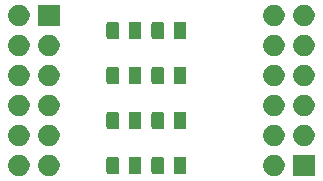
<source format=gbr>
G04 #@! TF.GenerationSoftware,KiCad,Pcbnew,(5.1.5-0-10_14)*
G04 #@! TF.CreationDate,2021-03-22T20:24:37-05:00*
G04 #@! TF.ProjectId,Filter Network,46696c74-6572-4204-9e65-74776f726b2e,rev?*
G04 #@! TF.SameCoordinates,Original*
G04 #@! TF.FileFunction,Soldermask,Top*
G04 #@! TF.FilePolarity,Negative*
%FSLAX46Y46*%
G04 Gerber Fmt 4.6, Leading zero omitted, Abs format (unit mm)*
G04 Created by KiCad (PCBNEW (5.1.5-0-10_14)) date 2021-03-22 20:24:37*
%MOMM*%
%LPD*%
G04 APERTURE LIST*
%ADD10C,0.100000*%
G04 APERTURE END LIST*
D10*
G36*
X107581000Y-121551000D02*
G01*
X105779000Y-121551000D01*
X105779000Y-119749000D01*
X107581000Y-119749000D01*
X107581000Y-121551000D01*
G37*
G36*
X104253512Y-119753927D02*
G01*
X104402812Y-119783624D01*
X104566784Y-119851544D01*
X104714354Y-119950147D01*
X104839853Y-120075646D01*
X104938456Y-120223216D01*
X105006376Y-120387188D01*
X105041000Y-120561259D01*
X105041000Y-120738741D01*
X105006376Y-120912812D01*
X104938456Y-121076784D01*
X104839853Y-121224354D01*
X104714354Y-121349853D01*
X104566784Y-121448456D01*
X104402812Y-121516376D01*
X104253512Y-121546073D01*
X104228742Y-121551000D01*
X104051258Y-121551000D01*
X104026488Y-121546073D01*
X103877188Y-121516376D01*
X103713216Y-121448456D01*
X103565646Y-121349853D01*
X103440147Y-121224354D01*
X103341544Y-121076784D01*
X103273624Y-120912812D01*
X103239000Y-120738741D01*
X103239000Y-120561259D01*
X103273624Y-120387188D01*
X103341544Y-120223216D01*
X103440147Y-120075646D01*
X103565646Y-119950147D01*
X103713216Y-119851544D01*
X103877188Y-119783624D01*
X104026488Y-119753927D01*
X104051258Y-119749000D01*
X104228742Y-119749000D01*
X104253512Y-119753927D01*
G37*
G36*
X85203512Y-119753927D02*
G01*
X85352812Y-119783624D01*
X85516784Y-119851544D01*
X85664354Y-119950147D01*
X85789853Y-120075646D01*
X85888456Y-120223216D01*
X85956376Y-120387188D01*
X85991000Y-120561259D01*
X85991000Y-120738741D01*
X85956376Y-120912812D01*
X85888456Y-121076784D01*
X85789853Y-121224354D01*
X85664354Y-121349853D01*
X85516784Y-121448456D01*
X85352812Y-121516376D01*
X85203512Y-121546073D01*
X85178742Y-121551000D01*
X85001258Y-121551000D01*
X84976488Y-121546073D01*
X84827188Y-121516376D01*
X84663216Y-121448456D01*
X84515646Y-121349853D01*
X84390147Y-121224354D01*
X84291544Y-121076784D01*
X84223624Y-120912812D01*
X84189000Y-120738741D01*
X84189000Y-120561259D01*
X84223624Y-120387188D01*
X84291544Y-120223216D01*
X84390147Y-120075646D01*
X84515646Y-119950147D01*
X84663216Y-119851544D01*
X84827188Y-119783624D01*
X84976488Y-119753927D01*
X85001258Y-119749000D01*
X85178742Y-119749000D01*
X85203512Y-119753927D01*
G37*
G36*
X82663512Y-119753927D02*
G01*
X82812812Y-119783624D01*
X82976784Y-119851544D01*
X83124354Y-119950147D01*
X83249853Y-120075646D01*
X83348456Y-120223216D01*
X83416376Y-120387188D01*
X83451000Y-120561259D01*
X83451000Y-120738741D01*
X83416376Y-120912812D01*
X83348456Y-121076784D01*
X83249853Y-121224354D01*
X83124354Y-121349853D01*
X82976784Y-121448456D01*
X82812812Y-121516376D01*
X82663512Y-121546073D01*
X82638742Y-121551000D01*
X82461258Y-121551000D01*
X82436488Y-121546073D01*
X82287188Y-121516376D01*
X82123216Y-121448456D01*
X81975646Y-121349853D01*
X81850147Y-121224354D01*
X81751544Y-121076784D01*
X81683624Y-120912812D01*
X81649000Y-120738741D01*
X81649000Y-120561259D01*
X81683624Y-120387188D01*
X81751544Y-120223216D01*
X81850147Y-120075646D01*
X81975646Y-119950147D01*
X82123216Y-119851544D01*
X82287188Y-119783624D01*
X82436488Y-119753927D01*
X82461258Y-119749000D01*
X82638742Y-119749000D01*
X82663512Y-119753927D01*
G37*
G36*
X94684468Y-119903565D02*
G01*
X94723138Y-119915296D01*
X94758777Y-119934346D01*
X94790017Y-119959983D01*
X94815654Y-119991223D01*
X94834704Y-120026862D01*
X94846435Y-120065532D01*
X94851000Y-120111888D01*
X94851000Y-121188112D01*
X94846435Y-121234468D01*
X94834704Y-121273138D01*
X94815654Y-121308777D01*
X94790017Y-121340017D01*
X94758777Y-121365654D01*
X94723138Y-121384704D01*
X94684468Y-121396435D01*
X94638112Y-121401000D01*
X93986888Y-121401000D01*
X93940532Y-121396435D01*
X93901862Y-121384704D01*
X93866223Y-121365654D01*
X93834983Y-121340017D01*
X93809346Y-121308777D01*
X93790296Y-121273138D01*
X93778565Y-121234468D01*
X93774000Y-121188112D01*
X93774000Y-120111888D01*
X93778565Y-120065532D01*
X93790296Y-120026862D01*
X93809346Y-119991223D01*
X93834983Y-119959983D01*
X93866223Y-119934346D01*
X93901862Y-119915296D01*
X93940532Y-119903565D01*
X93986888Y-119899000D01*
X94638112Y-119899000D01*
X94684468Y-119903565D01*
G37*
G36*
X90874468Y-119903565D02*
G01*
X90913138Y-119915296D01*
X90948777Y-119934346D01*
X90980017Y-119959983D01*
X91005654Y-119991223D01*
X91024704Y-120026862D01*
X91036435Y-120065532D01*
X91041000Y-120111888D01*
X91041000Y-121188112D01*
X91036435Y-121234468D01*
X91024704Y-121273138D01*
X91005654Y-121308777D01*
X90980017Y-121340017D01*
X90948777Y-121365654D01*
X90913138Y-121384704D01*
X90874468Y-121396435D01*
X90828112Y-121401000D01*
X90176888Y-121401000D01*
X90130532Y-121396435D01*
X90091862Y-121384704D01*
X90056223Y-121365654D01*
X90024983Y-121340017D01*
X89999346Y-121308777D01*
X89980296Y-121273138D01*
X89968565Y-121234468D01*
X89964000Y-121188112D01*
X89964000Y-120111888D01*
X89968565Y-120065532D01*
X89980296Y-120026862D01*
X89999346Y-119991223D01*
X90024983Y-119959983D01*
X90056223Y-119934346D01*
X90091862Y-119915296D01*
X90130532Y-119903565D01*
X90176888Y-119899000D01*
X90828112Y-119899000D01*
X90874468Y-119903565D01*
G37*
G36*
X92749468Y-119903565D02*
G01*
X92788138Y-119915296D01*
X92823777Y-119934346D01*
X92855017Y-119959983D01*
X92880654Y-119991223D01*
X92899704Y-120026862D01*
X92911435Y-120065532D01*
X92916000Y-120111888D01*
X92916000Y-121188112D01*
X92911435Y-121234468D01*
X92899704Y-121273138D01*
X92880654Y-121308777D01*
X92855017Y-121340017D01*
X92823777Y-121365654D01*
X92788138Y-121384704D01*
X92749468Y-121396435D01*
X92703112Y-121401000D01*
X92051888Y-121401000D01*
X92005532Y-121396435D01*
X91966862Y-121384704D01*
X91931223Y-121365654D01*
X91899983Y-121340017D01*
X91874346Y-121308777D01*
X91855296Y-121273138D01*
X91843565Y-121234468D01*
X91839000Y-121188112D01*
X91839000Y-120111888D01*
X91843565Y-120065532D01*
X91855296Y-120026862D01*
X91874346Y-119991223D01*
X91899983Y-119959983D01*
X91931223Y-119934346D01*
X91966862Y-119915296D01*
X92005532Y-119903565D01*
X92051888Y-119899000D01*
X92703112Y-119899000D01*
X92749468Y-119903565D01*
G37*
G36*
X96559468Y-119903565D02*
G01*
X96598138Y-119915296D01*
X96633777Y-119934346D01*
X96665017Y-119959983D01*
X96690654Y-119991223D01*
X96709704Y-120026862D01*
X96721435Y-120065532D01*
X96726000Y-120111888D01*
X96726000Y-121188112D01*
X96721435Y-121234468D01*
X96709704Y-121273138D01*
X96690654Y-121308777D01*
X96665017Y-121340017D01*
X96633777Y-121365654D01*
X96598138Y-121384704D01*
X96559468Y-121396435D01*
X96513112Y-121401000D01*
X95861888Y-121401000D01*
X95815532Y-121396435D01*
X95776862Y-121384704D01*
X95741223Y-121365654D01*
X95709983Y-121340017D01*
X95684346Y-121308777D01*
X95665296Y-121273138D01*
X95653565Y-121234468D01*
X95649000Y-121188112D01*
X95649000Y-120111888D01*
X95653565Y-120065532D01*
X95665296Y-120026862D01*
X95684346Y-119991223D01*
X95709983Y-119959983D01*
X95741223Y-119934346D01*
X95776862Y-119915296D01*
X95815532Y-119903565D01*
X95861888Y-119899000D01*
X96513112Y-119899000D01*
X96559468Y-119903565D01*
G37*
G36*
X106793512Y-117213927D02*
G01*
X106942812Y-117243624D01*
X107106784Y-117311544D01*
X107254354Y-117410147D01*
X107379853Y-117535646D01*
X107478456Y-117683216D01*
X107546376Y-117847188D01*
X107581000Y-118021259D01*
X107581000Y-118198741D01*
X107546376Y-118372812D01*
X107478456Y-118536784D01*
X107379853Y-118684354D01*
X107254354Y-118809853D01*
X107106784Y-118908456D01*
X106942812Y-118976376D01*
X106793512Y-119006073D01*
X106768742Y-119011000D01*
X106591258Y-119011000D01*
X106566488Y-119006073D01*
X106417188Y-118976376D01*
X106253216Y-118908456D01*
X106105646Y-118809853D01*
X105980147Y-118684354D01*
X105881544Y-118536784D01*
X105813624Y-118372812D01*
X105779000Y-118198741D01*
X105779000Y-118021259D01*
X105813624Y-117847188D01*
X105881544Y-117683216D01*
X105980147Y-117535646D01*
X106105646Y-117410147D01*
X106253216Y-117311544D01*
X106417188Y-117243624D01*
X106566488Y-117213927D01*
X106591258Y-117209000D01*
X106768742Y-117209000D01*
X106793512Y-117213927D01*
G37*
G36*
X82663512Y-117213927D02*
G01*
X82812812Y-117243624D01*
X82976784Y-117311544D01*
X83124354Y-117410147D01*
X83249853Y-117535646D01*
X83348456Y-117683216D01*
X83416376Y-117847188D01*
X83451000Y-118021259D01*
X83451000Y-118198741D01*
X83416376Y-118372812D01*
X83348456Y-118536784D01*
X83249853Y-118684354D01*
X83124354Y-118809853D01*
X82976784Y-118908456D01*
X82812812Y-118976376D01*
X82663512Y-119006073D01*
X82638742Y-119011000D01*
X82461258Y-119011000D01*
X82436488Y-119006073D01*
X82287188Y-118976376D01*
X82123216Y-118908456D01*
X81975646Y-118809853D01*
X81850147Y-118684354D01*
X81751544Y-118536784D01*
X81683624Y-118372812D01*
X81649000Y-118198741D01*
X81649000Y-118021259D01*
X81683624Y-117847188D01*
X81751544Y-117683216D01*
X81850147Y-117535646D01*
X81975646Y-117410147D01*
X82123216Y-117311544D01*
X82287188Y-117243624D01*
X82436488Y-117213927D01*
X82461258Y-117209000D01*
X82638742Y-117209000D01*
X82663512Y-117213927D01*
G37*
G36*
X104253512Y-117213927D02*
G01*
X104402812Y-117243624D01*
X104566784Y-117311544D01*
X104714354Y-117410147D01*
X104839853Y-117535646D01*
X104938456Y-117683216D01*
X105006376Y-117847188D01*
X105041000Y-118021259D01*
X105041000Y-118198741D01*
X105006376Y-118372812D01*
X104938456Y-118536784D01*
X104839853Y-118684354D01*
X104714354Y-118809853D01*
X104566784Y-118908456D01*
X104402812Y-118976376D01*
X104253512Y-119006073D01*
X104228742Y-119011000D01*
X104051258Y-119011000D01*
X104026488Y-119006073D01*
X103877188Y-118976376D01*
X103713216Y-118908456D01*
X103565646Y-118809853D01*
X103440147Y-118684354D01*
X103341544Y-118536784D01*
X103273624Y-118372812D01*
X103239000Y-118198741D01*
X103239000Y-118021259D01*
X103273624Y-117847188D01*
X103341544Y-117683216D01*
X103440147Y-117535646D01*
X103565646Y-117410147D01*
X103713216Y-117311544D01*
X103877188Y-117243624D01*
X104026488Y-117213927D01*
X104051258Y-117209000D01*
X104228742Y-117209000D01*
X104253512Y-117213927D01*
G37*
G36*
X85203512Y-117213927D02*
G01*
X85352812Y-117243624D01*
X85516784Y-117311544D01*
X85664354Y-117410147D01*
X85789853Y-117535646D01*
X85888456Y-117683216D01*
X85956376Y-117847188D01*
X85991000Y-118021259D01*
X85991000Y-118198741D01*
X85956376Y-118372812D01*
X85888456Y-118536784D01*
X85789853Y-118684354D01*
X85664354Y-118809853D01*
X85516784Y-118908456D01*
X85352812Y-118976376D01*
X85203512Y-119006073D01*
X85178742Y-119011000D01*
X85001258Y-119011000D01*
X84976488Y-119006073D01*
X84827188Y-118976376D01*
X84663216Y-118908456D01*
X84515646Y-118809853D01*
X84390147Y-118684354D01*
X84291544Y-118536784D01*
X84223624Y-118372812D01*
X84189000Y-118198741D01*
X84189000Y-118021259D01*
X84223624Y-117847188D01*
X84291544Y-117683216D01*
X84390147Y-117535646D01*
X84515646Y-117410147D01*
X84663216Y-117311544D01*
X84827188Y-117243624D01*
X84976488Y-117213927D01*
X85001258Y-117209000D01*
X85178742Y-117209000D01*
X85203512Y-117213927D01*
G37*
G36*
X90874468Y-116093565D02*
G01*
X90913138Y-116105296D01*
X90948777Y-116124346D01*
X90980017Y-116149983D01*
X91005654Y-116181223D01*
X91024704Y-116216862D01*
X91036435Y-116255532D01*
X91041000Y-116301888D01*
X91041000Y-117378112D01*
X91036435Y-117424468D01*
X91024704Y-117463138D01*
X91005654Y-117498777D01*
X90980017Y-117530017D01*
X90948777Y-117555654D01*
X90913138Y-117574704D01*
X90874468Y-117586435D01*
X90828112Y-117591000D01*
X90176888Y-117591000D01*
X90130532Y-117586435D01*
X90091862Y-117574704D01*
X90056223Y-117555654D01*
X90024983Y-117530017D01*
X89999346Y-117498777D01*
X89980296Y-117463138D01*
X89968565Y-117424468D01*
X89964000Y-117378112D01*
X89964000Y-116301888D01*
X89968565Y-116255532D01*
X89980296Y-116216862D01*
X89999346Y-116181223D01*
X90024983Y-116149983D01*
X90056223Y-116124346D01*
X90091862Y-116105296D01*
X90130532Y-116093565D01*
X90176888Y-116089000D01*
X90828112Y-116089000D01*
X90874468Y-116093565D01*
G37*
G36*
X96559468Y-116093565D02*
G01*
X96598138Y-116105296D01*
X96633777Y-116124346D01*
X96665017Y-116149983D01*
X96690654Y-116181223D01*
X96709704Y-116216862D01*
X96721435Y-116255532D01*
X96726000Y-116301888D01*
X96726000Y-117378112D01*
X96721435Y-117424468D01*
X96709704Y-117463138D01*
X96690654Y-117498777D01*
X96665017Y-117530017D01*
X96633777Y-117555654D01*
X96598138Y-117574704D01*
X96559468Y-117586435D01*
X96513112Y-117591000D01*
X95861888Y-117591000D01*
X95815532Y-117586435D01*
X95776862Y-117574704D01*
X95741223Y-117555654D01*
X95709983Y-117530017D01*
X95684346Y-117498777D01*
X95665296Y-117463138D01*
X95653565Y-117424468D01*
X95649000Y-117378112D01*
X95649000Y-116301888D01*
X95653565Y-116255532D01*
X95665296Y-116216862D01*
X95684346Y-116181223D01*
X95709983Y-116149983D01*
X95741223Y-116124346D01*
X95776862Y-116105296D01*
X95815532Y-116093565D01*
X95861888Y-116089000D01*
X96513112Y-116089000D01*
X96559468Y-116093565D01*
G37*
G36*
X94684468Y-116093565D02*
G01*
X94723138Y-116105296D01*
X94758777Y-116124346D01*
X94790017Y-116149983D01*
X94815654Y-116181223D01*
X94834704Y-116216862D01*
X94846435Y-116255532D01*
X94851000Y-116301888D01*
X94851000Y-117378112D01*
X94846435Y-117424468D01*
X94834704Y-117463138D01*
X94815654Y-117498777D01*
X94790017Y-117530017D01*
X94758777Y-117555654D01*
X94723138Y-117574704D01*
X94684468Y-117586435D01*
X94638112Y-117591000D01*
X93986888Y-117591000D01*
X93940532Y-117586435D01*
X93901862Y-117574704D01*
X93866223Y-117555654D01*
X93834983Y-117530017D01*
X93809346Y-117498777D01*
X93790296Y-117463138D01*
X93778565Y-117424468D01*
X93774000Y-117378112D01*
X93774000Y-116301888D01*
X93778565Y-116255532D01*
X93790296Y-116216862D01*
X93809346Y-116181223D01*
X93834983Y-116149983D01*
X93866223Y-116124346D01*
X93901862Y-116105296D01*
X93940532Y-116093565D01*
X93986888Y-116089000D01*
X94638112Y-116089000D01*
X94684468Y-116093565D01*
G37*
G36*
X92749468Y-116093565D02*
G01*
X92788138Y-116105296D01*
X92823777Y-116124346D01*
X92855017Y-116149983D01*
X92880654Y-116181223D01*
X92899704Y-116216862D01*
X92911435Y-116255532D01*
X92916000Y-116301888D01*
X92916000Y-117378112D01*
X92911435Y-117424468D01*
X92899704Y-117463138D01*
X92880654Y-117498777D01*
X92855017Y-117530017D01*
X92823777Y-117555654D01*
X92788138Y-117574704D01*
X92749468Y-117586435D01*
X92703112Y-117591000D01*
X92051888Y-117591000D01*
X92005532Y-117586435D01*
X91966862Y-117574704D01*
X91931223Y-117555654D01*
X91899983Y-117530017D01*
X91874346Y-117498777D01*
X91855296Y-117463138D01*
X91843565Y-117424468D01*
X91839000Y-117378112D01*
X91839000Y-116301888D01*
X91843565Y-116255532D01*
X91855296Y-116216862D01*
X91874346Y-116181223D01*
X91899983Y-116149983D01*
X91931223Y-116124346D01*
X91966862Y-116105296D01*
X92005532Y-116093565D01*
X92051888Y-116089000D01*
X92703112Y-116089000D01*
X92749468Y-116093565D01*
G37*
G36*
X104253512Y-114673927D02*
G01*
X104402812Y-114703624D01*
X104566784Y-114771544D01*
X104714354Y-114870147D01*
X104839853Y-114995646D01*
X104938456Y-115143216D01*
X105006376Y-115307188D01*
X105041000Y-115481259D01*
X105041000Y-115658741D01*
X105006376Y-115832812D01*
X104938456Y-115996784D01*
X104839853Y-116144354D01*
X104714354Y-116269853D01*
X104566784Y-116368456D01*
X104402812Y-116436376D01*
X104253512Y-116466073D01*
X104228742Y-116471000D01*
X104051258Y-116471000D01*
X104026488Y-116466073D01*
X103877188Y-116436376D01*
X103713216Y-116368456D01*
X103565646Y-116269853D01*
X103440147Y-116144354D01*
X103341544Y-115996784D01*
X103273624Y-115832812D01*
X103239000Y-115658741D01*
X103239000Y-115481259D01*
X103273624Y-115307188D01*
X103341544Y-115143216D01*
X103440147Y-114995646D01*
X103565646Y-114870147D01*
X103713216Y-114771544D01*
X103877188Y-114703624D01*
X104026488Y-114673927D01*
X104051258Y-114669000D01*
X104228742Y-114669000D01*
X104253512Y-114673927D01*
G37*
G36*
X85203512Y-114673927D02*
G01*
X85352812Y-114703624D01*
X85516784Y-114771544D01*
X85664354Y-114870147D01*
X85789853Y-114995646D01*
X85888456Y-115143216D01*
X85956376Y-115307188D01*
X85991000Y-115481259D01*
X85991000Y-115658741D01*
X85956376Y-115832812D01*
X85888456Y-115996784D01*
X85789853Y-116144354D01*
X85664354Y-116269853D01*
X85516784Y-116368456D01*
X85352812Y-116436376D01*
X85203512Y-116466073D01*
X85178742Y-116471000D01*
X85001258Y-116471000D01*
X84976488Y-116466073D01*
X84827188Y-116436376D01*
X84663216Y-116368456D01*
X84515646Y-116269853D01*
X84390147Y-116144354D01*
X84291544Y-115996784D01*
X84223624Y-115832812D01*
X84189000Y-115658741D01*
X84189000Y-115481259D01*
X84223624Y-115307188D01*
X84291544Y-115143216D01*
X84390147Y-114995646D01*
X84515646Y-114870147D01*
X84663216Y-114771544D01*
X84827188Y-114703624D01*
X84976488Y-114673927D01*
X85001258Y-114669000D01*
X85178742Y-114669000D01*
X85203512Y-114673927D01*
G37*
G36*
X82663512Y-114673927D02*
G01*
X82812812Y-114703624D01*
X82976784Y-114771544D01*
X83124354Y-114870147D01*
X83249853Y-114995646D01*
X83348456Y-115143216D01*
X83416376Y-115307188D01*
X83451000Y-115481259D01*
X83451000Y-115658741D01*
X83416376Y-115832812D01*
X83348456Y-115996784D01*
X83249853Y-116144354D01*
X83124354Y-116269853D01*
X82976784Y-116368456D01*
X82812812Y-116436376D01*
X82663512Y-116466073D01*
X82638742Y-116471000D01*
X82461258Y-116471000D01*
X82436488Y-116466073D01*
X82287188Y-116436376D01*
X82123216Y-116368456D01*
X81975646Y-116269853D01*
X81850147Y-116144354D01*
X81751544Y-115996784D01*
X81683624Y-115832812D01*
X81649000Y-115658741D01*
X81649000Y-115481259D01*
X81683624Y-115307188D01*
X81751544Y-115143216D01*
X81850147Y-114995646D01*
X81975646Y-114870147D01*
X82123216Y-114771544D01*
X82287188Y-114703624D01*
X82436488Y-114673927D01*
X82461258Y-114669000D01*
X82638742Y-114669000D01*
X82663512Y-114673927D01*
G37*
G36*
X106793512Y-114673927D02*
G01*
X106942812Y-114703624D01*
X107106784Y-114771544D01*
X107254354Y-114870147D01*
X107379853Y-114995646D01*
X107478456Y-115143216D01*
X107546376Y-115307188D01*
X107581000Y-115481259D01*
X107581000Y-115658741D01*
X107546376Y-115832812D01*
X107478456Y-115996784D01*
X107379853Y-116144354D01*
X107254354Y-116269853D01*
X107106784Y-116368456D01*
X106942812Y-116436376D01*
X106793512Y-116466073D01*
X106768742Y-116471000D01*
X106591258Y-116471000D01*
X106566488Y-116466073D01*
X106417188Y-116436376D01*
X106253216Y-116368456D01*
X106105646Y-116269853D01*
X105980147Y-116144354D01*
X105881544Y-115996784D01*
X105813624Y-115832812D01*
X105779000Y-115658741D01*
X105779000Y-115481259D01*
X105813624Y-115307188D01*
X105881544Y-115143216D01*
X105980147Y-114995646D01*
X106105646Y-114870147D01*
X106253216Y-114771544D01*
X106417188Y-114703624D01*
X106566488Y-114673927D01*
X106591258Y-114669000D01*
X106768742Y-114669000D01*
X106793512Y-114673927D01*
G37*
G36*
X85203512Y-112133927D02*
G01*
X85352812Y-112163624D01*
X85516784Y-112231544D01*
X85664354Y-112330147D01*
X85789853Y-112455646D01*
X85888456Y-112603216D01*
X85956376Y-112767188D01*
X85991000Y-112941259D01*
X85991000Y-113118741D01*
X85956376Y-113292812D01*
X85888456Y-113456784D01*
X85789853Y-113604354D01*
X85664354Y-113729853D01*
X85516784Y-113828456D01*
X85352812Y-113896376D01*
X85203512Y-113926073D01*
X85178742Y-113931000D01*
X85001258Y-113931000D01*
X84976488Y-113926073D01*
X84827188Y-113896376D01*
X84663216Y-113828456D01*
X84515646Y-113729853D01*
X84390147Y-113604354D01*
X84291544Y-113456784D01*
X84223624Y-113292812D01*
X84189000Y-113118741D01*
X84189000Y-112941259D01*
X84223624Y-112767188D01*
X84291544Y-112603216D01*
X84390147Y-112455646D01*
X84515646Y-112330147D01*
X84663216Y-112231544D01*
X84827188Y-112163624D01*
X84976488Y-112133927D01*
X85001258Y-112129000D01*
X85178742Y-112129000D01*
X85203512Y-112133927D01*
G37*
G36*
X104253512Y-112133927D02*
G01*
X104402812Y-112163624D01*
X104566784Y-112231544D01*
X104714354Y-112330147D01*
X104839853Y-112455646D01*
X104938456Y-112603216D01*
X105006376Y-112767188D01*
X105041000Y-112941259D01*
X105041000Y-113118741D01*
X105006376Y-113292812D01*
X104938456Y-113456784D01*
X104839853Y-113604354D01*
X104714354Y-113729853D01*
X104566784Y-113828456D01*
X104402812Y-113896376D01*
X104253512Y-113926073D01*
X104228742Y-113931000D01*
X104051258Y-113931000D01*
X104026488Y-113926073D01*
X103877188Y-113896376D01*
X103713216Y-113828456D01*
X103565646Y-113729853D01*
X103440147Y-113604354D01*
X103341544Y-113456784D01*
X103273624Y-113292812D01*
X103239000Y-113118741D01*
X103239000Y-112941259D01*
X103273624Y-112767188D01*
X103341544Y-112603216D01*
X103440147Y-112455646D01*
X103565646Y-112330147D01*
X103713216Y-112231544D01*
X103877188Y-112163624D01*
X104026488Y-112133927D01*
X104051258Y-112129000D01*
X104228742Y-112129000D01*
X104253512Y-112133927D01*
G37*
G36*
X82663512Y-112133927D02*
G01*
X82812812Y-112163624D01*
X82976784Y-112231544D01*
X83124354Y-112330147D01*
X83249853Y-112455646D01*
X83348456Y-112603216D01*
X83416376Y-112767188D01*
X83451000Y-112941259D01*
X83451000Y-113118741D01*
X83416376Y-113292812D01*
X83348456Y-113456784D01*
X83249853Y-113604354D01*
X83124354Y-113729853D01*
X82976784Y-113828456D01*
X82812812Y-113896376D01*
X82663512Y-113926073D01*
X82638742Y-113931000D01*
X82461258Y-113931000D01*
X82436488Y-113926073D01*
X82287188Y-113896376D01*
X82123216Y-113828456D01*
X81975646Y-113729853D01*
X81850147Y-113604354D01*
X81751544Y-113456784D01*
X81683624Y-113292812D01*
X81649000Y-113118741D01*
X81649000Y-112941259D01*
X81683624Y-112767188D01*
X81751544Y-112603216D01*
X81850147Y-112455646D01*
X81975646Y-112330147D01*
X82123216Y-112231544D01*
X82287188Y-112163624D01*
X82436488Y-112133927D01*
X82461258Y-112129000D01*
X82638742Y-112129000D01*
X82663512Y-112133927D01*
G37*
G36*
X106793512Y-112133927D02*
G01*
X106942812Y-112163624D01*
X107106784Y-112231544D01*
X107254354Y-112330147D01*
X107379853Y-112455646D01*
X107478456Y-112603216D01*
X107546376Y-112767188D01*
X107581000Y-112941259D01*
X107581000Y-113118741D01*
X107546376Y-113292812D01*
X107478456Y-113456784D01*
X107379853Y-113604354D01*
X107254354Y-113729853D01*
X107106784Y-113828456D01*
X106942812Y-113896376D01*
X106793512Y-113926073D01*
X106768742Y-113931000D01*
X106591258Y-113931000D01*
X106566488Y-113926073D01*
X106417188Y-113896376D01*
X106253216Y-113828456D01*
X106105646Y-113729853D01*
X105980147Y-113604354D01*
X105881544Y-113456784D01*
X105813624Y-113292812D01*
X105779000Y-113118741D01*
X105779000Y-112941259D01*
X105813624Y-112767188D01*
X105881544Y-112603216D01*
X105980147Y-112455646D01*
X106105646Y-112330147D01*
X106253216Y-112231544D01*
X106417188Y-112163624D01*
X106566488Y-112133927D01*
X106591258Y-112129000D01*
X106768742Y-112129000D01*
X106793512Y-112133927D01*
G37*
G36*
X94684468Y-112283565D02*
G01*
X94723138Y-112295296D01*
X94758777Y-112314346D01*
X94790017Y-112339983D01*
X94815654Y-112371223D01*
X94834704Y-112406862D01*
X94846435Y-112445532D01*
X94851000Y-112491888D01*
X94851000Y-113568112D01*
X94846435Y-113614468D01*
X94834704Y-113653138D01*
X94815654Y-113688777D01*
X94790017Y-113720017D01*
X94758777Y-113745654D01*
X94723138Y-113764704D01*
X94684468Y-113776435D01*
X94638112Y-113781000D01*
X93986888Y-113781000D01*
X93940532Y-113776435D01*
X93901862Y-113764704D01*
X93866223Y-113745654D01*
X93834983Y-113720017D01*
X93809346Y-113688777D01*
X93790296Y-113653138D01*
X93778565Y-113614468D01*
X93774000Y-113568112D01*
X93774000Y-112491888D01*
X93778565Y-112445532D01*
X93790296Y-112406862D01*
X93809346Y-112371223D01*
X93834983Y-112339983D01*
X93866223Y-112314346D01*
X93901862Y-112295296D01*
X93940532Y-112283565D01*
X93986888Y-112279000D01*
X94638112Y-112279000D01*
X94684468Y-112283565D01*
G37*
G36*
X96559468Y-112283565D02*
G01*
X96598138Y-112295296D01*
X96633777Y-112314346D01*
X96665017Y-112339983D01*
X96690654Y-112371223D01*
X96709704Y-112406862D01*
X96721435Y-112445532D01*
X96726000Y-112491888D01*
X96726000Y-113568112D01*
X96721435Y-113614468D01*
X96709704Y-113653138D01*
X96690654Y-113688777D01*
X96665017Y-113720017D01*
X96633777Y-113745654D01*
X96598138Y-113764704D01*
X96559468Y-113776435D01*
X96513112Y-113781000D01*
X95861888Y-113781000D01*
X95815532Y-113776435D01*
X95776862Y-113764704D01*
X95741223Y-113745654D01*
X95709983Y-113720017D01*
X95684346Y-113688777D01*
X95665296Y-113653138D01*
X95653565Y-113614468D01*
X95649000Y-113568112D01*
X95649000Y-112491888D01*
X95653565Y-112445532D01*
X95665296Y-112406862D01*
X95684346Y-112371223D01*
X95709983Y-112339983D01*
X95741223Y-112314346D01*
X95776862Y-112295296D01*
X95815532Y-112283565D01*
X95861888Y-112279000D01*
X96513112Y-112279000D01*
X96559468Y-112283565D01*
G37*
G36*
X90874468Y-112283565D02*
G01*
X90913138Y-112295296D01*
X90948777Y-112314346D01*
X90980017Y-112339983D01*
X91005654Y-112371223D01*
X91024704Y-112406862D01*
X91036435Y-112445532D01*
X91041000Y-112491888D01*
X91041000Y-113568112D01*
X91036435Y-113614468D01*
X91024704Y-113653138D01*
X91005654Y-113688777D01*
X90980017Y-113720017D01*
X90948777Y-113745654D01*
X90913138Y-113764704D01*
X90874468Y-113776435D01*
X90828112Y-113781000D01*
X90176888Y-113781000D01*
X90130532Y-113776435D01*
X90091862Y-113764704D01*
X90056223Y-113745654D01*
X90024983Y-113720017D01*
X89999346Y-113688777D01*
X89980296Y-113653138D01*
X89968565Y-113614468D01*
X89964000Y-113568112D01*
X89964000Y-112491888D01*
X89968565Y-112445532D01*
X89980296Y-112406862D01*
X89999346Y-112371223D01*
X90024983Y-112339983D01*
X90056223Y-112314346D01*
X90091862Y-112295296D01*
X90130532Y-112283565D01*
X90176888Y-112279000D01*
X90828112Y-112279000D01*
X90874468Y-112283565D01*
G37*
G36*
X92749468Y-112283565D02*
G01*
X92788138Y-112295296D01*
X92823777Y-112314346D01*
X92855017Y-112339983D01*
X92880654Y-112371223D01*
X92899704Y-112406862D01*
X92911435Y-112445532D01*
X92916000Y-112491888D01*
X92916000Y-113568112D01*
X92911435Y-113614468D01*
X92899704Y-113653138D01*
X92880654Y-113688777D01*
X92855017Y-113720017D01*
X92823777Y-113745654D01*
X92788138Y-113764704D01*
X92749468Y-113776435D01*
X92703112Y-113781000D01*
X92051888Y-113781000D01*
X92005532Y-113776435D01*
X91966862Y-113764704D01*
X91931223Y-113745654D01*
X91899983Y-113720017D01*
X91874346Y-113688777D01*
X91855296Y-113653138D01*
X91843565Y-113614468D01*
X91839000Y-113568112D01*
X91839000Y-112491888D01*
X91843565Y-112445532D01*
X91855296Y-112406862D01*
X91874346Y-112371223D01*
X91899983Y-112339983D01*
X91931223Y-112314346D01*
X91966862Y-112295296D01*
X92005532Y-112283565D01*
X92051888Y-112279000D01*
X92703112Y-112279000D01*
X92749468Y-112283565D01*
G37*
G36*
X104253512Y-109593927D02*
G01*
X104402812Y-109623624D01*
X104566784Y-109691544D01*
X104714354Y-109790147D01*
X104839853Y-109915646D01*
X104938456Y-110063216D01*
X105006376Y-110227188D01*
X105041000Y-110401259D01*
X105041000Y-110578741D01*
X105006376Y-110752812D01*
X104938456Y-110916784D01*
X104839853Y-111064354D01*
X104714354Y-111189853D01*
X104566784Y-111288456D01*
X104402812Y-111356376D01*
X104253512Y-111386073D01*
X104228742Y-111391000D01*
X104051258Y-111391000D01*
X104026488Y-111386073D01*
X103877188Y-111356376D01*
X103713216Y-111288456D01*
X103565646Y-111189853D01*
X103440147Y-111064354D01*
X103341544Y-110916784D01*
X103273624Y-110752812D01*
X103239000Y-110578741D01*
X103239000Y-110401259D01*
X103273624Y-110227188D01*
X103341544Y-110063216D01*
X103440147Y-109915646D01*
X103565646Y-109790147D01*
X103713216Y-109691544D01*
X103877188Y-109623624D01*
X104026488Y-109593927D01*
X104051258Y-109589000D01*
X104228742Y-109589000D01*
X104253512Y-109593927D01*
G37*
G36*
X106793512Y-109593927D02*
G01*
X106942812Y-109623624D01*
X107106784Y-109691544D01*
X107254354Y-109790147D01*
X107379853Y-109915646D01*
X107478456Y-110063216D01*
X107546376Y-110227188D01*
X107581000Y-110401259D01*
X107581000Y-110578741D01*
X107546376Y-110752812D01*
X107478456Y-110916784D01*
X107379853Y-111064354D01*
X107254354Y-111189853D01*
X107106784Y-111288456D01*
X106942812Y-111356376D01*
X106793512Y-111386073D01*
X106768742Y-111391000D01*
X106591258Y-111391000D01*
X106566488Y-111386073D01*
X106417188Y-111356376D01*
X106253216Y-111288456D01*
X106105646Y-111189853D01*
X105980147Y-111064354D01*
X105881544Y-110916784D01*
X105813624Y-110752812D01*
X105779000Y-110578741D01*
X105779000Y-110401259D01*
X105813624Y-110227188D01*
X105881544Y-110063216D01*
X105980147Y-109915646D01*
X106105646Y-109790147D01*
X106253216Y-109691544D01*
X106417188Y-109623624D01*
X106566488Y-109593927D01*
X106591258Y-109589000D01*
X106768742Y-109589000D01*
X106793512Y-109593927D01*
G37*
G36*
X82663512Y-109593927D02*
G01*
X82812812Y-109623624D01*
X82976784Y-109691544D01*
X83124354Y-109790147D01*
X83249853Y-109915646D01*
X83348456Y-110063216D01*
X83416376Y-110227188D01*
X83451000Y-110401259D01*
X83451000Y-110578741D01*
X83416376Y-110752812D01*
X83348456Y-110916784D01*
X83249853Y-111064354D01*
X83124354Y-111189853D01*
X82976784Y-111288456D01*
X82812812Y-111356376D01*
X82663512Y-111386073D01*
X82638742Y-111391000D01*
X82461258Y-111391000D01*
X82436488Y-111386073D01*
X82287188Y-111356376D01*
X82123216Y-111288456D01*
X81975646Y-111189853D01*
X81850147Y-111064354D01*
X81751544Y-110916784D01*
X81683624Y-110752812D01*
X81649000Y-110578741D01*
X81649000Y-110401259D01*
X81683624Y-110227188D01*
X81751544Y-110063216D01*
X81850147Y-109915646D01*
X81975646Y-109790147D01*
X82123216Y-109691544D01*
X82287188Y-109623624D01*
X82436488Y-109593927D01*
X82461258Y-109589000D01*
X82638742Y-109589000D01*
X82663512Y-109593927D01*
G37*
G36*
X85203512Y-109593927D02*
G01*
X85352812Y-109623624D01*
X85516784Y-109691544D01*
X85664354Y-109790147D01*
X85789853Y-109915646D01*
X85888456Y-110063216D01*
X85956376Y-110227188D01*
X85991000Y-110401259D01*
X85991000Y-110578741D01*
X85956376Y-110752812D01*
X85888456Y-110916784D01*
X85789853Y-111064354D01*
X85664354Y-111189853D01*
X85516784Y-111288456D01*
X85352812Y-111356376D01*
X85203512Y-111386073D01*
X85178742Y-111391000D01*
X85001258Y-111391000D01*
X84976488Y-111386073D01*
X84827188Y-111356376D01*
X84663216Y-111288456D01*
X84515646Y-111189853D01*
X84390147Y-111064354D01*
X84291544Y-110916784D01*
X84223624Y-110752812D01*
X84189000Y-110578741D01*
X84189000Y-110401259D01*
X84223624Y-110227188D01*
X84291544Y-110063216D01*
X84390147Y-109915646D01*
X84515646Y-109790147D01*
X84663216Y-109691544D01*
X84827188Y-109623624D01*
X84976488Y-109593927D01*
X85001258Y-109589000D01*
X85178742Y-109589000D01*
X85203512Y-109593927D01*
G37*
G36*
X90874468Y-108473565D02*
G01*
X90913138Y-108485296D01*
X90948777Y-108504346D01*
X90980017Y-108529983D01*
X91005654Y-108561223D01*
X91024704Y-108596862D01*
X91036435Y-108635532D01*
X91041000Y-108681888D01*
X91041000Y-109758112D01*
X91036435Y-109804468D01*
X91024704Y-109843138D01*
X91005654Y-109878777D01*
X90980017Y-109910017D01*
X90948777Y-109935654D01*
X90913138Y-109954704D01*
X90874468Y-109966435D01*
X90828112Y-109971000D01*
X90176888Y-109971000D01*
X90130532Y-109966435D01*
X90091862Y-109954704D01*
X90056223Y-109935654D01*
X90024983Y-109910017D01*
X89999346Y-109878777D01*
X89980296Y-109843138D01*
X89968565Y-109804468D01*
X89964000Y-109758112D01*
X89964000Y-108681888D01*
X89968565Y-108635532D01*
X89980296Y-108596862D01*
X89999346Y-108561223D01*
X90024983Y-108529983D01*
X90056223Y-108504346D01*
X90091862Y-108485296D01*
X90130532Y-108473565D01*
X90176888Y-108469000D01*
X90828112Y-108469000D01*
X90874468Y-108473565D01*
G37*
G36*
X92749468Y-108473565D02*
G01*
X92788138Y-108485296D01*
X92823777Y-108504346D01*
X92855017Y-108529983D01*
X92880654Y-108561223D01*
X92899704Y-108596862D01*
X92911435Y-108635532D01*
X92916000Y-108681888D01*
X92916000Y-109758112D01*
X92911435Y-109804468D01*
X92899704Y-109843138D01*
X92880654Y-109878777D01*
X92855017Y-109910017D01*
X92823777Y-109935654D01*
X92788138Y-109954704D01*
X92749468Y-109966435D01*
X92703112Y-109971000D01*
X92051888Y-109971000D01*
X92005532Y-109966435D01*
X91966862Y-109954704D01*
X91931223Y-109935654D01*
X91899983Y-109910017D01*
X91874346Y-109878777D01*
X91855296Y-109843138D01*
X91843565Y-109804468D01*
X91839000Y-109758112D01*
X91839000Y-108681888D01*
X91843565Y-108635532D01*
X91855296Y-108596862D01*
X91874346Y-108561223D01*
X91899983Y-108529983D01*
X91931223Y-108504346D01*
X91966862Y-108485296D01*
X92005532Y-108473565D01*
X92051888Y-108469000D01*
X92703112Y-108469000D01*
X92749468Y-108473565D01*
G37*
G36*
X94684468Y-108473565D02*
G01*
X94723138Y-108485296D01*
X94758777Y-108504346D01*
X94790017Y-108529983D01*
X94815654Y-108561223D01*
X94834704Y-108596862D01*
X94846435Y-108635532D01*
X94851000Y-108681888D01*
X94851000Y-109758112D01*
X94846435Y-109804468D01*
X94834704Y-109843138D01*
X94815654Y-109878777D01*
X94790017Y-109910017D01*
X94758777Y-109935654D01*
X94723138Y-109954704D01*
X94684468Y-109966435D01*
X94638112Y-109971000D01*
X93986888Y-109971000D01*
X93940532Y-109966435D01*
X93901862Y-109954704D01*
X93866223Y-109935654D01*
X93834983Y-109910017D01*
X93809346Y-109878777D01*
X93790296Y-109843138D01*
X93778565Y-109804468D01*
X93774000Y-109758112D01*
X93774000Y-108681888D01*
X93778565Y-108635532D01*
X93790296Y-108596862D01*
X93809346Y-108561223D01*
X93834983Y-108529983D01*
X93866223Y-108504346D01*
X93901862Y-108485296D01*
X93940532Y-108473565D01*
X93986888Y-108469000D01*
X94638112Y-108469000D01*
X94684468Y-108473565D01*
G37*
G36*
X96559468Y-108473565D02*
G01*
X96598138Y-108485296D01*
X96633777Y-108504346D01*
X96665017Y-108529983D01*
X96690654Y-108561223D01*
X96709704Y-108596862D01*
X96721435Y-108635532D01*
X96726000Y-108681888D01*
X96726000Y-109758112D01*
X96721435Y-109804468D01*
X96709704Y-109843138D01*
X96690654Y-109878777D01*
X96665017Y-109910017D01*
X96633777Y-109935654D01*
X96598138Y-109954704D01*
X96559468Y-109966435D01*
X96513112Y-109971000D01*
X95861888Y-109971000D01*
X95815532Y-109966435D01*
X95776862Y-109954704D01*
X95741223Y-109935654D01*
X95709983Y-109910017D01*
X95684346Y-109878777D01*
X95665296Y-109843138D01*
X95653565Y-109804468D01*
X95649000Y-109758112D01*
X95649000Y-108681888D01*
X95653565Y-108635532D01*
X95665296Y-108596862D01*
X95684346Y-108561223D01*
X95709983Y-108529983D01*
X95741223Y-108504346D01*
X95776862Y-108485296D01*
X95815532Y-108473565D01*
X95861888Y-108469000D01*
X96513112Y-108469000D01*
X96559468Y-108473565D01*
G37*
G36*
X82663512Y-107053927D02*
G01*
X82812812Y-107083624D01*
X82976784Y-107151544D01*
X83124354Y-107250147D01*
X83249853Y-107375646D01*
X83348456Y-107523216D01*
X83416376Y-107687188D01*
X83451000Y-107861259D01*
X83451000Y-108038741D01*
X83416376Y-108212812D01*
X83348456Y-108376784D01*
X83249853Y-108524354D01*
X83124354Y-108649853D01*
X82976784Y-108748456D01*
X82812812Y-108816376D01*
X82663512Y-108846073D01*
X82638742Y-108851000D01*
X82461258Y-108851000D01*
X82436488Y-108846073D01*
X82287188Y-108816376D01*
X82123216Y-108748456D01*
X81975646Y-108649853D01*
X81850147Y-108524354D01*
X81751544Y-108376784D01*
X81683624Y-108212812D01*
X81649000Y-108038741D01*
X81649000Y-107861259D01*
X81683624Y-107687188D01*
X81751544Y-107523216D01*
X81850147Y-107375646D01*
X81975646Y-107250147D01*
X82123216Y-107151544D01*
X82287188Y-107083624D01*
X82436488Y-107053927D01*
X82461258Y-107049000D01*
X82638742Y-107049000D01*
X82663512Y-107053927D01*
G37*
G36*
X106793512Y-107053927D02*
G01*
X106942812Y-107083624D01*
X107106784Y-107151544D01*
X107254354Y-107250147D01*
X107379853Y-107375646D01*
X107478456Y-107523216D01*
X107546376Y-107687188D01*
X107581000Y-107861259D01*
X107581000Y-108038741D01*
X107546376Y-108212812D01*
X107478456Y-108376784D01*
X107379853Y-108524354D01*
X107254354Y-108649853D01*
X107106784Y-108748456D01*
X106942812Y-108816376D01*
X106793512Y-108846073D01*
X106768742Y-108851000D01*
X106591258Y-108851000D01*
X106566488Y-108846073D01*
X106417188Y-108816376D01*
X106253216Y-108748456D01*
X106105646Y-108649853D01*
X105980147Y-108524354D01*
X105881544Y-108376784D01*
X105813624Y-108212812D01*
X105779000Y-108038741D01*
X105779000Y-107861259D01*
X105813624Y-107687188D01*
X105881544Y-107523216D01*
X105980147Y-107375646D01*
X106105646Y-107250147D01*
X106253216Y-107151544D01*
X106417188Y-107083624D01*
X106566488Y-107053927D01*
X106591258Y-107049000D01*
X106768742Y-107049000D01*
X106793512Y-107053927D01*
G37*
G36*
X104253512Y-107053927D02*
G01*
X104402812Y-107083624D01*
X104566784Y-107151544D01*
X104714354Y-107250147D01*
X104839853Y-107375646D01*
X104938456Y-107523216D01*
X105006376Y-107687188D01*
X105041000Y-107861259D01*
X105041000Y-108038741D01*
X105006376Y-108212812D01*
X104938456Y-108376784D01*
X104839853Y-108524354D01*
X104714354Y-108649853D01*
X104566784Y-108748456D01*
X104402812Y-108816376D01*
X104253512Y-108846073D01*
X104228742Y-108851000D01*
X104051258Y-108851000D01*
X104026488Y-108846073D01*
X103877188Y-108816376D01*
X103713216Y-108748456D01*
X103565646Y-108649853D01*
X103440147Y-108524354D01*
X103341544Y-108376784D01*
X103273624Y-108212812D01*
X103239000Y-108038741D01*
X103239000Y-107861259D01*
X103273624Y-107687188D01*
X103341544Y-107523216D01*
X103440147Y-107375646D01*
X103565646Y-107250147D01*
X103713216Y-107151544D01*
X103877188Y-107083624D01*
X104026488Y-107053927D01*
X104051258Y-107049000D01*
X104228742Y-107049000D01*
X104253512Y-107053927D01*
G37*
G36*
X85991000Y-108851000D02*
G01*
X84189000Y-108851000D01*
X84189000Y-107049000D01*
X85991000Y-107049000D01*
X85991000Y-108851000D01*
G37*
M02*

</source>
